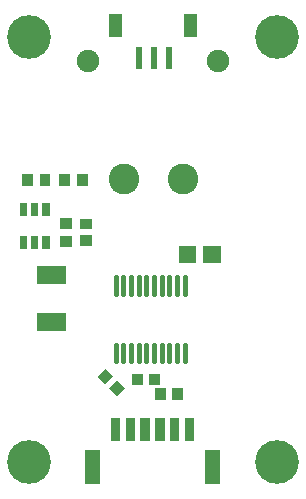
<source format=gbs>
G04 Layer: BottomSolderMaskLayer*
G04 EasyEDA v6.4.24, 2021-09-13T20:31:56+08:00*
G04 7c28fe87c5d546dabd79321d24f41f1d,34bb6763e28e4bbdb854ef51fa08daf4,10*
G04 Gerber Generator version 0.2*
G04 Scale: 100 percent, Rotated: No, Reflected: No *
G04 Dimensions in millimeters *
G04 leading zeros omitted , absolute positions ,4 integer and 5 decimal *
%FSLAX45Y45*%
%MOMM*%

%ADD52C,2.6016*%
%ADD53C,1.9016*%
%ADD61C,3.7032*%
%ADD62C,0.4656*%

%LPD*%
D62*
X431393Y-2372603D02*
G01*
X431393Y-2234803D01*
X496392Y-2372603D02*
G01*
X496392Y-2234803D01*
X561390Y-2372603D02*
G01*
X561390Y-2234803D01*
X626389Y-2372603D02*
G01*
X626389Y-2234803D01*
X691413Y-2372603D02*
G01*
X691413Y-2234803D01*
X756412Y-2372603D02*
G01*
X756412Y-2234803D01*
X821410Y-2372603D02*
G01*
X821410Y-2234803D01*
X886409Y-2372603D02*
G01*
X886409Y-2234803D01*
X951407Y-2372603D02*
G01*
X951407Y-2234803D01*
X1016406Y-2372603D02*
G01*
X1016406Y-2234803D01*
X431393Y-2946796D02*
G01*
X431393Y-2808996D01*
X496392Y-2946796D02*
G01*
X496392Y-2808996D01*
X561390Y-2946796D02*
G01*
X561390Y-2808996D01*
X626389Y-2946796D02*
G01*
X626389Y-2808996D01*
X691413Y-2946796D02*
G01*
X691413Y-2808996D01*
X756412Y-2946796D02*
G01*
X756412Y-2808996D01*
X821410Y-2946796D02*
G01*
X821410Y-2808996D01*
X886409Y-2946796D02*
G01*
X886409Y-2808996D01*
X951407Y-2946796D02*
G01*
X951407Y-2808996D01*
X1016406Y-2946796D02*
G01*
X1016406Y-2808996D01*
G36*
X964437Y-2117344D02*
G01*
X964437Y-1972055D01*
X1115568Y-1972055D01*
X1115568Y-2117344D01*
G37*
G36*
X1170431Y-2117344D02*
G01*
X1170431Y-1972055D01*
X1321562Y-1972055D01*
X1321562Y-2117344D01*
G37*
G36*
X-35560Y-1974850D02*
G01*
X-35560Y-1884171D01*
X60960Y-1884171D01*
X60960Y-1974850D01*
G37*
G36*
X-35560Y-1824228D02*
G01*
X-35560Y-1733550D01*
X60960Y-1733550D01*
X60960Y-1824228D01*
G37*
G36*
X-361950Y-1457960D02*
G01*
X-361950Y-1361439D01*
X-271271Y-1361439D01*
X-271271Y-1457960D01*
G37*
G36*
X-211328Y-1457960D02*
G01*
X-211328Y-1361439D01*
X-120650Y-1361439D01*
X-120650Y-1457960D01*
G37*
G36*
X-44450Y-1457960D02*
G01*
X-44450Y-1361439D01*
X46228Y-1361439D01*
X46228Y-1457960D01*
G37*
G36*
X106171Y-1457960D02*
G01*
X106171Y-1361439D01*
X196850Y-1361439D01*
X196850Y-1457960D01*
G37*
G36*
X-381507Y-1998471D02*
G01*
X-381507Y-1888236D01*
X-316484Y-1888236D01*
X-316484Y-1998471D01*
G37*
G36*
X-286512Y-1998471D02*
G01*
X-286512Y-1888236D01*
X-221487Y-1888236D01*
X-221487Y-1998471D01*
G37*
G36*
X-191515Y-1998471D02*
G01*
X-191515Y-1888236D01*
X-126492Y-1888236D01*
X-126492Y-1998471D01*
G37*
G36*
X-191515Y-1718563D02*
G01*
X-191515Y-1608328D01*
X-126492Y-1608328D01*
X-126492Y-1718563D01*
G37*
G36*
X-286512Y-1718563D02*
G01*
X-286512Y-1608328D01*
X-221487Y-1608328D01*
X-221487Y-1718563D01*
G37*
G36*
X-381507Y-1718563D02*
G01*
X-381507Y-1608328D01*
X-316484Y-1608328D01*
X-316484Y-1718563D01*
G37*
G36*
X574039Y-3150107D02*
G01*
X574039Y-3050031D01*
X663955Y-3050031D01*
X663955Y-3150107D01*
G37*
G36*
X713994Y-3150107D02*
G01*
X713994Y-3050031D01*
X804163Y-3050031D01*
X804163Y-3150107D01*
G37*
G36*
X768857Y-3275837D02*
G01*
X768857Y-3175762D01*
X859028Y-3175762D01*
X859028Y-3275837D01*
G37*
G36*
X908812Y-3275837D02*
G01*
X908812Y-3175762D01*
X998981Y-3175762D01*
X998981Y-3275837D01*
G37*
G36*
X891286Y-3618229D02*
G01*
X891286Y-3427729D01*
X971550Y-3427729D01*
X971550Y-3618229D01*
G37*
G36*
X1016254Y-3618229D02*
G01*
X1016254Y-3427729D01*
X1096518Y-3427729D01*
X1096518Y-3618229D01*
G37*
G36*
X176529Y-3988054D02*
G01*
X176529Y-3697731D01*
X296926Y-3697731D01*
X296926Y-3988054D01*
G37*
G36*
X1191260Y-3988054D02*
G01*
X1191260Y-3697731D01*
X1311655Y-3697731D01*
X1311655Y-3988054D01*
G37*
G36*
X766318Y-3618229D02*
G01*
X766318Y-3427729D01*
X846581Y-3427729D01*
X846581Y-3618229D01*
G37*
G36*
X641350Y-3618229D02*
G01*
X641350Y-3427729D01*
X721613Y-3427729D01*
X721613Y-3618229D01*
G37*
G36*
X516381Y-3618229D02*
G01*
X516381Y-3427729D01*
X596645Y-3427729D01*
X596645Y-3618229D01*
G37*
G36*
X391413Y-3618229D02*
G01*
X391413Y-3427729D01*
X471678Y-3427729D01*
X471678Y-3618229D01*
G37*
G36*
X340613Y-3141979D02*
G01*
X276860Y-3078226D01*
X347726Y-3007360D01*
X411479Y-3071113D01*
G37*
G36*
X439673Y-3241039D02*
G01*
X375920Y-3177286D01*
X446786Y-3106420D01*
X510539Y-3170173D01*
G37*
G36*
X127762Y-1969262D02*
G01*
X127762Y-1879092D01*
X227837Y-1879092D01*
X227837Y-1969262D01*
G37*
G36*
X127762Y-1829307D02*
G01*
X127762Y-1739137D01*
X227837Y-1739137D01*
X227837Y-1829307D01*
G37*
G36*
X856234Y-473963D02*
G01*
X856234Y-283971D01*
X906271Y-283971D01*
X906271Y-473963D01*
G37*
G36*
X731265Y-473963D02*
G01*
X731265Y-283971D01*
X781304Y-283971D01*
X781304Y-473963D01*
G37*
G36*
X606297Y-473963D02*
G01*
X606297Y-283971D01*
X656336Y-283971D01*
X656336Y-473963D01*
G37*
G36*
X378713Y-198628D02*
G01*
X378713Y-8636D01*
X488695Y-8636D01*
X488695Y-198628D01*
G37*
G36*
X1011428Y-198628D02*
G01*
X1011428Y-8636D01*
X1121410Y-8636D01*
X1121410Y-198628D01*
G37*
G36*
X-236981Y-2288031D02*
G01*
X-236981Y-2137918D01*
X8381Y-2137918D01*
X8381Y-2288031D01*
G37*
G36*
X-236981Y-2688081D02*
G01*
X-236981Y-2537968D01*
X8381Y-2537968D01*
X8381Y-2688081D01*
G37*
D52*
G01*
X999997Y-1399997D03*
G01*
X499998Y-1399997D03*
D53*
G01*
X199999Y-399999D03*
G01*
X1299997Y-399999D03*
D61*
G01*
X-299999Y-199999D03*
G01*
X1799996Y-199999D03*
G01*
X-299999Y-3799992D03*
G01*
X1799996Y-3799992D03*
M02*

</source>
